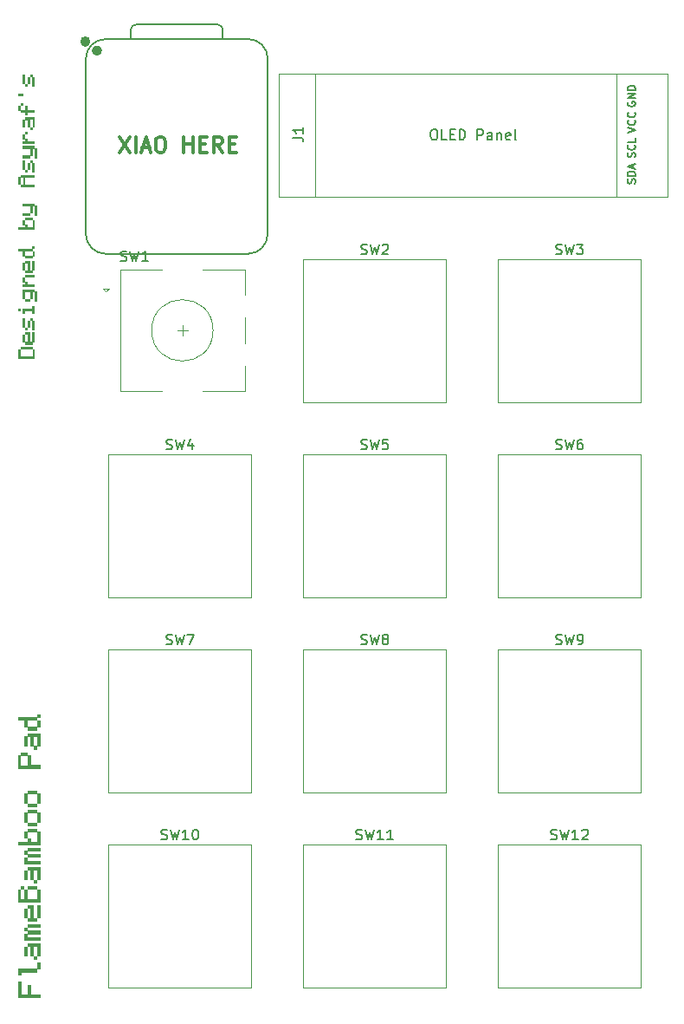
<source format=gbr>
%TF.GenerationSoftware,KiCad,Pcbnew,9.0.2*%
%TF.CreationDate,2025-06-30T11:38:54+08:00*%
%TF.ProjectId,flamepad,666c616d-6570-4616-942e-6b696361645f,rev?*%
%TF.SameCoordinates,Original*%
%TF.FileFunction,Legend,Top*%
%TF.FilePolarity,Positive*%
%FSLAX46Y46*%
G04 Gerber Fmt 4.6, Leading zero omitted, Abs format (unit mm)*
G04 Created by KiCad (PCBNEW 9.0.2) date 2025-06-30 11:38:54*
%MOMM*%
%LPD*%
G01*
G04 APERTURE LIST*
%ADD10C,0.300000*%
%ADD11C,0.150000*%
%ADD12C,0.120000*%
%ADD13C,0.040000*%
%ADD14C,0.127000*%
%ADD15C,0.100000*%
%ADD16C,0.504000*%
G04 APERTURE END LIST*
D10*
X110411653Y-62600828D02*
X111411653Y-64100828D01*
X111411653Y-62600828D02*
X110411653Y-64100828D01*
X111983081Y-64100828D02*
X111983081Y-62600828D01*
X112625939Y-63672257D02*
X113340225Y-63672257D01*
X112483082Y-64100828D02*
X112983082Y-62600828D01*
X112983082Y-62600828D02*
X113483082Y-64100828D01*
X114268796Y-62600828D02*
X114554510Y-62600828D01*
X114554510Y-62600828D02*
X114697367Y-62672257D01*
X114697367Y-62672257D02*
X114840224Y-62815114D01*
X114840224Y-62815114D02*
X114911653Y-63100828D01*
X114911653Y-63100828D02*
X114911653Y-63600828D01*
X114911653Y-63600828D02*
X114840224Y-63886542D01*
X114840224Y-63886542D02*
X114697367Y-64029400D01*
X114697367Y-64029400D02*
X114554510Y-64100828D01*
X114554510Y-64100828D02*
X114268796Y-64100828D01*
X114268796Y-64100828D02*
X114125939Y-64029400D01*
X114125939Y-64029400D02*
X113983081Y-63886542D01*
X113983081Y-63886542D02*
X113911653Y-63600828D01*
X113911653Y-63600828D02*
X113911653Y-63100828D01*
X113911653Y-63100828D02*
X113983081Y-62815114D01*
X113983081Y-62815114D02*
X114125939Y-62672257D01*
X114125939Y-62672257D02*
X114268796Y-62600828D01*
X116697367Y-64100828D02*
X116697367Y-62600828D01*
X116697367Y-63315114D02*
X117554510Y-63315114D01*
X117554510Y-64100828D02*
X117554510Y-62600828D01*
X118268796Y-63315114D02*
X118768796Y-63315114D01*
X118983082Y-64100828D02*
X118268796Y-64100828D01*
X118268796Y-64100828D02*
X118268796Y-62600828D01*
X118268796Y-62600828D02*
X118983082Y-62600828D01*
X120483082Y-64100828D02*
X119983082Y-63386542D01*
X119625939Y-64100828D02*
X119625939Y-62600828D01*
X119625939Y-62600828D02*
X120197368Y-62600828D01*
X120197368Y-62600828D02*
X120340225Y-62672257D01*
X120340225Y-62672257D02*
X120411654Y-62743685D01*
X120411654Y-62743685D02*
X120483082Y-62886542D01*
X120483082Y-62886542D02*
X120483082Y-63100828D01*
X120483082Y-63100828D02*
X120411654Y-63243685D01*
X120411654Y-63243685D02*
X120340225Y-63315114D01*
X120340225Y-63315114D02*
X120197368Y-63386542D01*
X120197368Y-63386542D02*
X119625939Y-63386542D01*
X121125939Y-63315114D02*
X121625939Y-63315114D01*
X121840225Y-64100828D02*
X121125939Y-64100828D01*
X121125939Y-64100828D02*
X121125939Y-62600828D01*
X121125939Y-62600828D02*
X121840225Y-62600828D01*
G36*
X101904276Y-83327302D02*
G01*
X102138750Y-83327302D01*
X102138750Y-84300000D01*
X100485714Y-84300000D01*
X100485714Y-84039606D01*
X100733376Y-84039606D01*
X101891087Y-84039606D01*
X101891087Y-83356245D01*
X100733376Y-83356245D01*
X100733376Y-84039606D01*
X100485714Y-84039606D01*
X100485714Y-83327302D01*
X100720187Y-83327302D01*
X100720187Y-83095852D01*
X101904276Y-83095852D01*
X101904276Y-83327302D01*
G37*
G36*
X101671269Y-82629653D02*
G01*
X101886691Y-82629653D01*
X101886691Y-81696340D01*
X102138750Y-81696340D01*
X102138750Y-82666015D01*
X101904276Y-82666015D01*
X101904276Y-82900488D01*
X101189133Y-82900488D01*
X101189133Y-82666015D01*
X100954660Y-82666015D01*
X100954660Y-82640095D01*
X101202322Y-82640095D01*
X101423606Y-82640095D01*
X101423606Y-81956734D01*
X101202322Y-81956734D01*
X101202322Y-82640095D01*
X100954660Y-82640095D01*
X100954660Y-81927424D01*
X101189133Y-81927424D01*
X101189133Y-81696340D01*
X101671269Y-81696340D01*
X101671269Y-82629653D01*
G37*
G36*
X100954660Y-81266503D02*
G01*
X100954660Y-80299302D01*
X101206719Y-80299302D01*
X101206719Y-81231332D01*
X101423606Y-81231332D01*
X101423606Y-80527913D01*
X101652218Y-80527913D01*
X101652218Y-80299302D01*
X101904276Y-80299302D01*
X101904276Y-80527913D01*
X102138750Y-80527913D01*
X102138750Y-81500976D01*
X101886691Y-81500976D01*
X101886691Y-80568946D01*
X101675665Y-80568946D01*
X101675665Y-81266503D01*
X101441192Y-81266503D01*
X101441192Y-81500976D01*
X101189133Y-81500976D01*
X101189133Y-81266503D01*
X100954660Y-81266503D01*
G37*
G36*
X100485714Y-79632519D02*
G01*
X100485714Y-79362875D01*
X100737773Y-79362875D01*
X100737773Y-79632519D01*
X100485714Y-79632519D01*
G37*
G36*
X100954660Y-79866992D02*
G01*
X100954660Y-79362875D01*
X101886691Y-79362875D01*
X101886691Y-79128401D01*
X102138750Y-79128401D01*
X102138750Y-79866992D01*
X101886691Y-79866992D01*
X101886691Y-79632519D01*
X101206719Y-79632519D01*
X101206719Y-79866992D01*
X100954660Y-79866992D01*
G37*
G36*
X102138750Y-77728890D02*
G01*
X102373223Y-77728890D01*
X102373223Y-78701953D01*
X102121164Y-78701953D01*
X102121164Y-77766534D01*
X101905742Y-77766534D01*
X101905742Y-78468579D01*
X101675665Y-78468579D01*
X101675665Y-78701953D01*
X101189133Y-78701953D01*
X101189133Y-78468579D01*
X100954660Y-78468579D01*
X100954660Y-78441560D01*
X101202322Y-78441560D01*
X101658080Y-78441560D01*
X101658080Y-77758199D01*
X101202322Y-77758199D01*
X101202322Y-78441560D01*
X100954660Y-78441560D01*
X100954660Y-77497806D01*
X102138750Y-77497806D01*
X102138750Y-77728890D01*
G37*
G36*
X100954660Y-77302442D02*
G01*
X100954660Y-77032798D01*
X101189133Y-77032798D01*
X101189133Y-76833496D01*
X100954660Y-76833496D01*
X100954660Y-76329378D01*
X101189133Y-76329378D01*
X101189133Y-76100767D01*
X102138750Y-76100767D01*
X102138750Y-76370411D01*
X101206719Y-76370411D01*
X101206719Y-76796218D01*
X101441192Y-76796218D01*
X101441192Y-77032798D01*
X102138750Y-77032798D01*
X102138750Y-77302442D01*
X100954660Y-77302442D01*
G37*
G36*
X101671269Y-75632096D02*
G01*
X101886691Y-75632096D01*
X101886691Y-74698783D01*
X102138750Y-74698783D01*
X102138750Y-75668457D01*
X101904276Y-75668457D01*
X101904276Y-75902930D01*
X101189133Y-75902930D01*
X101189133Y-75668457D01*
X100954660Y-75668457D01*
X100954660Y-75642537D01*
X101202322Y-75642537D01*
X101423606Y-75642537D01*
X101423606Y-74959176D01*
X101202322Y-74959176D01*
X101202322Y-75642537D01*
X100954660Y-75642537D01*
X100954660Y-74929867D01*
X101189133Y-74929867D01*
X101189133Y-74698783D01*
X101671269Y-74698783D01*
X101671269Y-75632096D01*
G37*
G36*
X102138750Y-73571388D02*
G01*
X101904276Y-73571388D01*
X101904276Y-73764829D01*
X102138750Y-73764829D01*
X102138750Y-74268946D01*
X101904276Y-74268946D01*
X101904276Y-74503419D01*
X101189133Y-74503419D01*
X101189133Y-74268946D01*
X100954660Y-74268946D01*
X100954660Y-74243025D01*
X101202322Y-74243025D01*
X101891087Y-74243025D01*
X101891087Y-73794138D01*
X101202322Y-73794138D01*
X101202322Y-74243025D01*
X100954660Y-74243025D01*
X100954660Y-73802472D01*
X100485714Y-73802472D01*
X100485714Y-73533744D01*
X101886691Y-73533744D01*
X101886691Y-73301744D01*
X102138750Y-73301744D01*
X102138750Y-73571388D01*
G37*
G36*
X101904276Y-70731332D02*
G01*
X102138750Y-70731332D01*
X102138750Y-71704396D01*
X100485714Y-71704396D01*
X100485714Y-71433469D01*
X101189133Y-71433469D01*
X101189133Y-71235450D01*
X100954660Y-71235450D01*
X100954660Y-71208339D01*
X101202322Y-71208339D01*
X101436796Y-71208339D01*
X101436796Y-71444002D01*
X101891087Y-71444002D01*
X101891087Y-70760642D01*
X101202322Y-70760642D01*
X101202322Y-71208339D01*
X100954660Y-71208339D01*
X100954660Y-70731332D01*
X101189133Y-70731332D01*
X101189133Y-70500248D01*
X101904276Y-70500248D01*
X101904276Y-70731332D01*
G37*
G36*
X100954660Y-70304884D02*
G01*
X100954660Y-70035240D01*
X101658080Y-70035240D01*
X101658080Y-69372854D01*
X100954660Y-69372854D01*
X100954660Y-69103210D01*
X102138750Y-69103210D01*
X102138750Y-69331821D01*
X102373223Y-69331821D01*
X102373223Y-70304884D01*
X102121164Y-70304884D01*
X102121164Y-69372854D01*
X101910138Y-69372854D01*
X101910138Y-70072518D01*
X101669803Y-70072518D01*
X101669803Y-70304884D01*
X100954660Y-70304884D01*
G37*
G36*
X102138750Y-66573831D02*
G01*
X101206719Y-66573831D01*
X101206719Y-67236217D01*
X102138750Y-67236217D01*
X102138750Y-67505861D01*
X100718813Y-67505861D01*
X100718813Y-67271388D01*
X100485714Y-67271388D01*
X100485714Y-67246017D01*
X100733376Y-67246017D01*
X100959057Y-67246017D01*
X100959057Y-66564763D01*
X100733376Y-66564763D01*
X100733376Y-67246017D01*
X100485714Y-67246017D01*
X100485714Y-66532798D01*
X100718813Y-66532798D01*
X100718813Y-66304187D01*
X102138750Y-66304187D01*
X102138750Y-66573831D01*
G37*
G36*
X100954660Y-65871877D02*
G01*
X100954660Y-64904675D01*
X101206719Y-64904675D01*
X101206719Y-65836706D01*
X101423606Y-65836706D01*
X101423606Y-65133286D01*
X101652218Y-65133286D01*
X101652218Y-64904675D01*
X101904276Y-64904675D01*
X101904276Y-65133286D01*
X102138750Y-65133286D01*
X102138750Y-66106350D01*
X101886691Y-66106350D01*
X101886691Y-65174319D01*
X101675665Y-65174319D01*
X101675665Y-65871877D01*
X101441192Y-65871877D01*
X101441192Y-66106350D01*
X101189133Y-66106350D01*
X101189133Y-65871877D01*
X100954660Y-65871877D01*
G37*
G36*
X100954660Y-64706838D02*
G01*
X100954660Y-64437194D01*
X101658080Y-64437194D01*
X101658080Y-63774808D01*
X100954660Y-63774808D01*
X100954660Y-63505163D01*
X102138750Y-63505163D01*
X102138750Y-63733775D01*
X102373223Y-63733775D01*
X102373223Y-64706838D01*
X102121164Y-64706838D01*
X102121164Y-63774808D01*
X101910138Y-63774808D01*
X101910138Y-64474472D01*
X101669803Y-64474472D01*
X101669803Y-64706838D01*
X100954660Y-64706838D01*
G37*
G36*
X100954660Y-63307327D02*
G01*
X100954660Y-63037683D01*
X101189133Y-63037683D01*
X101189133Y-62838381D01*
X100954660Y-62838381D01*
X100954660Y-62334263D01*
X101189133Y-62334263D01*
X101189133Y-62105652D01*
X101441192Y-62105652D01*
X101441192Y-62375296D01*
X101206719Y-62375296D01*
X101206719Y-62801103D01*
X101441192Y-62801103D01*
X101441192Y-63037683D01*
X102138750Y-63037683D01*
X102138750Y-63307327D01*
X100954660Y-63307327D01*
G37*
G36*
X102138750Y-61673342D02*
G01*
X101904276Y-61673342D01*
X101904276Y-61907815D01*
X101652218Y-61907815D01*
X101652218Y-61673342D01*
X101422141Y-61673342D01*
X101422141Y-61647422D01*
X101669803Y-61647422D01*
X101891087Y-61647422D01*
X101891087Y-60964061D01*
X101669803Y-60964061D01*
X101669803Y-61647422D01*
X101422141Y-61647422D01*
X101422141Y-60972396D01*
X101206719Y-60972396D01*
X101206719Y-61673342D01*
X100954660Y-61673342D01*
X100954660Y-60934752D01*
X101187943Y-60934752D01*
X101187943Y-60703668D01*
X102138750Y-60703668D01*
X102138750Y-61673342D01*
G37*
G36*
X100485714Y-60039357D02*
G01*
X100485714Y-59535240D01*
X100720187Y-59535240D01*
X100720187Y-59306629D01*
X100972246Y-59306629D01*
X100972246Y-59576273D01*
X100737773Y-59576273D01*
X100737773Y-60004187D01*
X101189133Y-60004187D01*
X101189133Y-59535240D01*
X101441192Y-59535240D01*
X101441192Y-60004187D01*
X102138750Y-60004187D01*
X102138750Y-60273831D01*
X101441192Y-60273831D01*
X101441192Y-60508304D01*
X101189133Y-60508304D01*
X101189133Y-60273831D01*
X100720187Y-60273831D01*
X100720187Y-60039357D01*
X100485714Y-60039357D01*
G37*
G36*
X100485714Y-58639846D02*
G01*
X100485714Y-58370202D01*
X100972246Y-58370202D01*
X100972246Y-58639846D01*
X100485714Y-58639846D01*
G37*
G36*
X100954660Y-57474808D02*
G01*
X100954660Y-56507606D01*
X101206719Y-56507606D01*
X101206719Y-57439637D01*
X101423606Y-57439637D01*
X101423606Y-56736217D01*
X101652218Y-56736217D01*
X101652218Y-56507606D01*
X101904276Y-56507606D01*
X101904276Y-56736217D01*
X102138750Y-56736217D01*
X102138750Y-57709281D01*
X101886691Y-57709281D01*
X101886691Y-56777250D01*
X101675665Y-56777250D01*
X101675665Y-57474808D01*
X101441192Y-57474808D01*
X101441192Y-57709281D01*
X101189133Y-57709281D01*
X101189133Y-57474808D01*
X100954660Y-57474808D01*
G37*
G36*
X100455952Y-146700000D02*
G01*
X100455952Y-145093859D01*
X100792030Y-145093859D01*
X100792030Y-146340474D01*
X101393845Y-146340474D01*
X101393845Y-145406489D01*
X101729923Y-145406489D01*
X101729923Y-146340474D01*
X102660000Y-146340474D01*
X102660000Y-146700000D01*
X100455952Y-146700000D01*
G37*
G36*
X100455952Y-144521353D02*
G01*
X100455952Y-143849197D01*
X102323921Y-143849197D01*
X102323921Y-143223935D01*
X102660000Y-143223935D01*
X102660000Y-143896092D01*
X102348834Y-143896092D01*
X102348834Y-144208722D01*
X100792030Y-144208722D01*
X100792030Y-144521353D01*
X100455952Y-144521353D01*
G37*
G36*
X102660000Y-142655338D02*
G01*
X102347369Y-142655338D01*
X102347369Y-142967969D01*
X102011290Y-142967969D01*
X102011290Y-142655338D01*
X101704521Y-142655338D01*
X101704521Y-142620778D01*
X102034738Y-142620778D01*
X102329783Y-142620778D01*
X102329783Y-141709630D01*
X102034738Y-141709630D01*
X102034738Y-142620778D01*
X101704521Y-142620778D01*
X101704521Y-141720743D01*
X101417292Y-141720743D01*
X101417292Y-142655338D01*
X101081214Y-142655338D01*
X101081214Y-141670551D01*
X101392257Y-141670551D01*
X101392257Y-141362438D01*
X102660000Y-141362438D01*
X102660000Y-142655338D01*
G37*
G36*
X101081214Y-141101953D02*
G01*
X101081214Y-140426378D01*
X101393845Y-140426378D01*
X101393845Y-140164061D01*
X101081214Y-140164061D01*
X101081214Y-139804535D01*
X101393845Y-139804535D01*
X101393845Y-139499720D01*
X102660000Y-139499720D01*
X102660000Y-139859246D01*
X101417292Y-139859246D01*
X101417292Y-140117166D01*
X102660000Y-140117166D01*
X102660000Y-140476692D01*
X101417292Y-140476692D01*
X101417292Y-140742428D01*
X102660000Y-140742428D01*
X102660000Y-141101953D01*
X101081214Y-141101953D01*
G37*
G36*
X102036692Y-138874825D02*
G01*
X102323921Y-138874825D01*
X102323921Y-137630408D01*
X102660000Y-137630408D01*
X102660000Y-138923307D01*
X102347369Y-138923307D01*
X102347369Y-139235938D01*
X101393845Y-139235938D01*
X101393845Y-138923307D01*
X101081214Y-138923307D01*
X101081214Y-138888747D01*
X101411430Y-138888747D01*
X101706475Y-138888747D01*
X101706475Y-137977599D01*
X101411430Y-137977599D01*
X101411430Y-138888747D01*
X101081214Y-138888747D01*
X101081214Y-137938520D01*
X101393845Y-137938520D01*
X101393845Y-137630408D01*
X102036692Y-137630408D01*
X102036692Y-138874825D01*
G37*
G36*
X101104661Y-136072993D02*
G01*
X101393845Y-136072993D01*
X101393845Y-135764392D01*
X102347369Y-135764392D01*
X102347369Y-136072993D01*
X102660000Y-136072993D01*
X102660000Y-137369923D01*
X100455952Y-137369923D01*
X100455952Y-137022732D01*
X100786168Y-137022732D01*
X101081214Y-137022732D01*
X101409476Y-137022732D01*
X102329783Y-137022732D01*
X102329783Y-136111584D01*
X101409476Y-136111584D01*
X101409476Y-137022732D01*
X101081214Y-137022732D01*
X101081214Y-136111584D01*
X100786168Y-136111584D01*
X100786168Y-137022732D01*
X100455952Y-137022732D01*
X100455952Y-136072993D01*
X100768583Y-136072993D01*
X100768583Y-135764392D01*
X101104661Y-135764392D01*
X101104661Y-136072993D01*
G37*
G36*
X102660000Y-135191277D02*
G01*
X102347369Y-135191277D01*
X102347369Y-135503907D01*
X102011290Y-135503907D01*
X102011290Y-135191277D01*
X101704521Y-135191277D01*
X101704521Y-135156716D01*
X102034738Y-135156716D01*
X102329783Y-135156716D01*
X102329783Y-134245568D01*
X102034738Y-134245568D01*
X102034738Y-135156716D01*
X101704521Y-135156716D01*
X101704521Y-134256681D01*
X101417292Y-134256681D01*
X101417292Y-135191277D01*
X101081214Y-135191277D01*
X101081214Y-134206489D01*
X101392257Y-134206489D01*
X101392257Y-133898377D01*
X102660000Y-133898377D01*
X102660000Y-135191277D01*
G37*
G36*
X101081214Y-133637892D02*
G01*
X101081214Y-132962316D01*
X101393845Y-132962316D01*
X101393845Y-132700000D01*
X101081214Y-132700000D01*
X101081214Y-132340474D01*
X101393845Y-132340474D01*
X101393845Y-132035659D01*
X102660000Y-132035659D01*
X102660000Y-132395184D01*
X101417292Y-132395184D01*
X101417292Y-132653105D01*
X102660000Y-132653105D01*
X102660000Y-133012630D01*
X101417292Y-133012630D01*
X101417292Y-133278367D01*
X102660000Y-133278367D01*
X102660000Y-133637892D01*
X101081214Y-133637892D01*
G37*
G36*
X102347369Y-130474459D02*
G01*
X102660000Y-130474459D01*
X102660000Y-131771877D01*
X100455952Y-131771877D01*
X100455952Y-131410642D01*
X101393845Y-131410642D01*
X101393845Y-131146615D01*
X101081214Y-131146615D01*
X101081214Y-131110467D01*
X101411430Y-131110467D01*
X101724061Y-131110467D01*
X101724061Y-131424685D01*
X102329783Y-131424685D01*
X102329783Y-130513538D01*
X101411430Y-130513538D01*
X101411430Y-131110467D01*
X101081214Y-131110467D01*
X101081214Y-130474459D01*
X101393845Y-130474459D01*
X101393845Y-130166346D01*
X102347369Y-130166346D01*
X102347369Y-130474459D01*
G37*
G36*
X102347369Y-128608443D02*
G01*
X102660000Y-128608443D01*
X102660000Y-129593230D01*
X102347369Y-129593230D01*
X102347369Y-129905861D01*
X101393845Y-129905861D01*
X101393845Y-129593230D01*
X101081214Y-129593230D01*
X101081214Y-129558670D01*
X101411430Y-129558670D01*
X102329783Y-129558670D01*
X102329783Y-128647522D01*
X101411430Y-128647522D01*
X101411430Y-129558670D01*
X101081214Y-129558670D01*
X101081214Y-128608443D01*
X101393845Y-128608443D01*
X101393845Y-128300331D01*
X102347369Y-128300331D01*
X102347369Y-128608443D01*
G37*
G36*
X102347369Y-126742428D02*
G01*
X102660000Y-126742428D01*
X102660000Y-127727215D01*
X102347369Y-127727215D01*
X102347369Y-128039846D01*
X101393845Y-128039846D01*
X101393845Y-127727215D01*
X101081214Y-127727215D01*
X101081214Y-127692655D01*
X101411430Y-127692655D01*
X102329783Y-127692655D01*
X102329783Y-126781507D01*
X101411430Y-126781507D01*
X101411430Y-127692655D01*
X101081214Y-127692655D01*
X101081214Y-126742428D01*
X101393845Y-126742428D01*
X101393845Y-126434316D01*
X102347369Y-126434316D01*
X102347369Y-126742428D01*
G37*
G36*
X101417292Y-123010886D02*
G01*
X101729923Y-123010886D01*
X101729923Y-123946702D01*
X102660000Y-123946702D01*
X102660000Y-124307815D01*
X100455952Y-124307815D01*
X100455952Y-123960624D01*
X100786168Y-123960624D01*
X101399706Y-123960624D01*
X101399706Y-123049476D01*
X100786168Y-123049476D01*
X100786168Y-123960624D01*
X100455952Y-123960624D01*
X100455952Y-123010886D01*
X100768583Y-123010886D01*
X100768583Y-122702285D01*
X101417292Y-122702285D01*
X101417292Y-123010886D01*
G37*
G36*
X102660000Y-122129169D02*
G01*
X102347369Y-122129169D01*
X102347369Y-122441800D01*
X102011290Y-122441800D01*
X102011290Y-122129169D01*
X101704521Y-122129169D01*
X101704521Y-122094609D01*
X102034738Y-122094609D01*
X102329783Y-122094609D01*
X102329783Y-121183461D01*
X102034738Y-121183461D01*
X102034738Y-122094609D01*
X101704521Y-122094609D01*
X101704521Y-121194574D01*
X101417292Y-121194574D01*
X101417292Y-122129169D01*
X101081214Y-122129169D01*
X101081214Y-121144382D01*
X101392257Y-121144382D01*
X101392257Y-120836270D01*
X102660000Y-120836270D01*
X102660000Y-122129169D01*
G37*
G36*
X102660000Y-119333077D02*
G01*
X102347369Y-119333077D01*
X102347369Y-119590997D01*
X102660000Y-119590997D01*
X102660000Y-120263154D01*
X102347369Y-120263154D01*
X102347369Y-120575785D01*
X101393845Y-120575785D01*
X101393845Y-120263154D01*
X101081214Y-120263154D01*
X101081214Y-120228593D01*
X101411430Y-120228593D01*
X102329783Y-120228593D01*
X102329783Y-119630076D01*
X101411430Y-119630076D01*
X101411430Y-120228593D01*
X101081214Y-120228593D01*
X101081214Y-119641189D01*
X100455952Y-119641189D01*
X100455952Y-119282885D01*
X102323921Y-119282885D01*
X102323921Y-118973551D01*
X102660000Y-118973551D01*
X102660000Y-119333077D01*
G37*
D11*
X110516667Y-74707200D02*
X110659524Y-74754819D01*
X110659524Y-74754819D02*
X110897619Y-74754819D01*
X110897619Y-74754819D02*
X110992857Y-74707200D01*
X110992857Y-74707200D02*
X111040476Y-74659580D01*
X111040476Y-74659580D02*
X111088095Y-74564342D01*
X111088095Y-74564342D02*
X111088095Y-74469104D01*
X111088095Y-74469104D02*
X111040476Y-74373866D01*
X111040476Y-74373866D02*
X110992857Y-74326247D01*
X110992857Y-74326247D02*
X110897619Y-74278628D01*
X110897619Y-74278628D02*
X110707143Y-74231009D01*
X110707143Y-74231009D02*
X110611905Y-74183390D01*
X110611905Y-74183390D02*
X110564286Y-74135771D01*
X110564286Y-74135771D02*
X110516667Y-74040533D01*
X110516667Y-74040533D02*
X110516667Y-73945295D01*
X110516667Y-73945295D02*
X110564286Y-73850057D01*
X110564286Y-73850057D02*
X110611905Y-73802438D01*
X110611905Y-73802438D02*
X110707143Y-73754819D01*
X110707143Y-73754819D02*
X110945238Y-73754819D01*
X110945238Y-73754819D02*
X111088095Y-73802438D01*
X111421429Y-73754819D02*
X111659524Y-74754819D01*
X111659524Y-74754819D02*
X111850000Y-74040533D01*
X111850000Y-74040533D02*
X112040476Y-74754819D01*
X112040476Y-74754819D02*
X112278572Y-73754819D01*
X113183333Y-74754819D02*
X112611905Y-74754819D01*
X112897619Y-74754819D02*
X112897619Y-73754819D01*
X112897619Y-73754819D02*
X112802381Y-73897676D01*
X112802381Y-73897676D02*
X112707143Y-73992914D01*
X112707143Y-73992914D02*
X112611905Y-74040533D01*
X114490476Y-131183200D02*
X114633333Y-131230819D01*
X114633333Y-131230819D02*
X114871428Y-131230819D01*
X114871428Y-131230819D02*
X114966666Y-131183200D01*
X114966666Y-131183200D02*
X115014285Y-131135580D01*
X115014285Y-131135580D02*
X115061904Y-131040342D01*
X115061904Y-131040342D02*
X115061904Y-130945104D01*
X115061904Y-130945104D02*
X115014285Y-130849866D01*
X115014285Y-130849866D02*
X114966666Y-130802247D01*
X114966666Y-130802247D02*
X114871428Y-130754628D01*
X114871428Y-130754628D02*
X114680952Y-130707009D01*
X114680952Y-130707009D02*
X114585714Y-130659390D01*
X114585714Y-130659390D02*
X114538095Y-130611771D01*
X114538095Y-130611771D02*
X114490476Y-130516533D01*
X114490476Y-130516533D02*
X114490476Y-130421295D01*
X114490476Y-130421295D02*
X114538095Y-130326057D01*
X114538095Y-130326057D02*
X114585714Y-130278438D01*
X114585714Y-130278438D02*
X114680952Y-130230819D01*
X114680952Y-130230819D02*
X114919047Y-130230819D01*
X114919047Y-130230819D02*
X115061904Y-130278438D01*
X115395238Y-130230819D02*
X115633333Y-131230819D01*
X115633333Y-131230819D02*
X115823809Y-130516533D01*
X115823809Y-130516533D02*
X116014285Y-131230819D01*
X116014285Y-131230819D02*
X116252381Y-130230819D01*
X117157142Y-131230819D02*
X116585714Y-131230819D01*
X116871428Y-131230819D02*
X116871428Y-130230819D01*
X116871428Y-130230819D02*
X116776190Y-130373676D01*
X116776190Y-130373676D02*
X116680952Y-130468914D01*
X116680952Y-130468914D02*
X116585714Y-130516533D01*
X117776190Y-130230819D02*
X117871428Y-130230819D01*
X117871428Y-130230819D02*
X117966666Y-130278438D01*
X117966666Y-130278438D02*
X118014285Y-130326057D01*
X118014285Y-130326057D02*
X118061904Y-130421295D01*
X118061904Y-130421295D02*
X118109523Y-130611771D01*
X118109523Y-130611771D02*
X118109523Y-130849866D01*
X118109523Y-130849866D02*
X118061904Y-131040342D01*
X118061904Y-131040342D02*
X118014285Y-131135580D01*
X118014285Y-131135580D02*
X117966666Y-131183200D01*
X117966666Y-131183200D02*
X117871428Y-131230819D01*
X117871428Y-131230819D02*
X117776190Y-131230819D01*
X117776190Y-131230819D02*
X117680952Y-131183200D01*
X117680952Y-131183200D02*
X117633333Y-131135580D01*
X117633333Y-131135580D02*
X117585714Y-131040342D01*
X117585714Y-131040342D02*
X117538095Y-130849866D01*
X117538095Y-130849866D02*
X117538095Y-130611771D01*
X117538095Y-130611771D02*
X117585714Y-130421295D01*
X117585714Y-130421295D02*
X117633333Y-130326057D01*
X117633333Y-130326057D02*
X117680952Y-130278438D01*
X117680952Y-130278438D02*
X117776190Y-130230819D01*
X152590476Y-131183200D02*
X152733333Y-131230819D01*
X152733333Y-131230819D02*
X152971428Y-131230819D01*
X152971428Y-131230819D02*
X153066666Y-131183200D01*
X153066666Y-131183200D02*
X153114285Y-131135580D01*
X153114285Y-131135580D02*
X153161904Y-131040342D01*
X153161904Y-131040342D02*
X153161904Y-130945104D01*
X153161904Y-130945104D02*
X153114285Y-130849866D01*
X153114285Y-130849866D02*
X153066666Y-130802247D01*
X153066666Y-130802247D02*
X152971428Y-130754628D01*
X152971428Y-130754628D02*
X152780952Y-130707009D01*
X152780952Y-130707009D02*
X152685714Y-130659390D01*
X152685714Y-130659390D02*
X152638095Y-130611771D01*
X152638095Y-130611771D02*
X152590476Y-130516533D01*
X152590476Y-130516533D02*
X152590476Y-130421295D01*
X152590476Y-130421295D02*
X152638095Y-130326057D01*
X152638095Y-130326057D02*
X152685714Y-130278438D01*
X152685714Y-130278438D02*
X152780952Y-130230819D01*
X152780952Y-130230819D02*
X153019047Y-130230819D01*
X153019047Y-130230819D02*
X153161904Y-130278438D01*
X153495238Y-130230819D02*
X153733333Y-131230819D01*
X153733333Y-131230819D02*
X153923809Y-130516533D01*
X153923809Y-130516533D02*
X154114285Y-131230819D01*
X154114285Y-131230819D02*
X154352381Y-130230819D01*
X155257142Y-131230819D02*
X154685714Y-131230819D01*
X154971428Y-131230819D02*
X154971428Y-130230819D01*
X154971428Y-130230819D02*
X154876190Y-130373676D01*
X154876190Y-130373676D02*
X154780952Y-130468914D01*
X154780952Y-130468914D02*
X154685714Y-130516533D01*
X155638095Y-130326057D02*
X155685714Y-130278438D01*
X155685714Y-130278438D02*
X155780952Y-130230819D01*
X155780952Y-130230819D02*
X156019047Y-130230819D01*
X156019047Y-130230819D02*
X156114285Y-130278438D01*
X156114285Y-130278438D02*
X156161904Y-130326057D01*
X156161904Y-130326057D02*
X156209523Y-130421295D01*
X156209523Y-130421295D02*
X156209523Y-130516533D01*
X156209523Y-130516533D02*
X156161904Y-130659390D01*
X156161904Y-130659390D02*
X155590476Y-131230819D01*
X155590476Y-131230819D02*
X156209523Y-131230819D01*
X127354819Y-62673333D02*
X128069104Y-62673333D01*
X128069104Y-62673333D02*
X128211961Y-62720952D01*
X128211961Y-62720952D02*
X128307200Y-62816190D01*
X128307200Y-62816190D02*
X128354819Y-62959047D01*
X128354819Y-62959047D02*
X128354819Y-63054285D01*
X128354819Y-61673333D02*
X128354819Y-62244761D01*
X128354819Y-61959047D02*
X127354819Y-61959047D01*
X127354819Y-61959047D02*
X127497676Y-62054285D01*
X127497676Y-62054285D02*
X127592914Y-62149523D01*
X127592914Y-62149523D02*
X127640533Y-62244761D01*
X160803450Y-67150713D02*
X160839164Y-67043571D01*
X160839164Y-67043571D02*
X160839164Y-66864999D01*
X160839164Y-66864999D02*
X160803450Y-66793571D01*
X160803450Y-66793571D02*
X160767735Y-66757856D01*
X160767735Y-66757856D02*
X160696307Y-66722142D01*
X160696307Y-66722142D02*
X160624878Y-66722142D01*
X160624878Y-66722142D02*
X160553450Y-66757856D01*
X160553450Y-66757856D02*
X160517735Y-66793571D01*
X160517735Y-66793571D02*
X160482021Y-66864999D01*
X160482021Y-66864999D02*
X160446307Y-67007856D01*
X160446307Y-67007856D02*
X160410592Y-67079285D01*
X160410592Y-67079285D02*
X160374878Y-67114999D01*
X160374878Y-67114999D02*
X160303450Y-67150713D01*
X160303450Y-67150713D02*
X160232021Y-67150713D01*
X160232021Y-67150713D02*
X160160592Y-67114999D01*
X160160592Y-67114999D02*
X160124878Y-67079285D01*
X160124878Y-67079285D02*
X160089164Y-67007856D01*
X160089164Y-67007856D02*
X160089164Y-66829285D01*
X160089164Y-66829285D02*
X160124878Y-66722142D01*
X160839164Y-66400713D02*
X160089164Y-66400713D01*
X160089164Y-66400713D02*
X160089164Y-66222142D01*
X160089164Y-66222142D02*
X160124878Y-66114999D01*
X160124878Y-66114999D02*
X160196307Y-66043570D01*
X160196307Y-66043570D02*
X160267735Y-66007856D01*
X160267735Y-66007856D02*
X160410592Y-65972142D01*
X160410592Y-65972142D02*
X160517735Y-65972142D01*
X160517735Y-65972142D02*
X160660592Y-66007856D01*
X160660592Y-66007856D02*
X160732021Y-66043570D01*
X160732021Y-66043570D02*
X160803450Y-66114999D01*
X160803450Y-66114999D02*
X160839164Y-66222142D01*
X160839164Y-66222142D02*
X160839164Y-66400713D01*
X160624878Y-65686427D02*
X160624878Y-65329285D01*
X160839164Y-65757856D02*
X160089164Y-65507856D01*
X160089164Y-65507856D02*
X160839164Y-65257856D01*
X160124878Y-59191428D02*
X160089164Y-59262857D01*
X160089164Y-59262857D02*
X160089164Y-59369999D01*
X160089164Y-59369999D02*
X160124878Y-59477142D01*
X160124878Y-59477142D02*
X160196307Y-59548571D01*
X160196307Y-59548571D02*
X160267735Y-59584285D01*
X160267735Y-59584285D02*
X160410592Y-59619999D01*
X160410592Y-59619999D02*
X160517735Y-59619999D01*
X160517735Y-59619999D02*
X160660592Y-59584285D01*
X160660592Y-59584285D02*
X160732021Y-59548571D01*
X160732021Y-59548571D02*
X160803450Y-59477142D01*
X160803450Y-59477142D02*
X160839164Y-59369999D01*
X160839164Y-59369999D02*
X160839164Y-59298571D01*
X160839164Y-59298571D02*
X160803450Y-59191428D01*
X160803450Y-59191428D02*
X160767735Y-59155714D01*
X160767735Y-59155714D02*
X160517735Y-59155714D01*
X160517735Y-59155714D02*
X160517735Y-59298571D01*
X160839164Y-58834285D02*
X160089164Y-58834285D01*
X160089164Y-58834285D02*
X160839164Y-58405714D01*
X160839164Y-58405714D02*
X160089164Y-58405714D01*
X160839164Y-58048571D02*
X160089164Y-58048571D01*
X160089164Y-58048571D02*
X160089164Y-57870000D01*
X160089164Y-57870000D02*
X160124878Y-57762857D01*
X160124878Y-57762857D02*
X160196307Y-57691428D01*
X160196307Y-57691428D02*
X160267735Y-57655714D01*
X160267735Y-57655714D02*
X160410592Y-57620000D01*
X160410592Y-57620000D02*
X160517735Y-57620000D01*
X160517735Y-57620000D02*
X160660592Y-57655714D01*
X160660592Y-57655714D02*
X160732021Y-57691428D01*
X160732021Y-57691428D02*
X160803450Y-57762857D01*
X160803450Y-57762857D02*
X160839164Y-57870000D01*
X160839164Y-57870000D02*
X160839164Y-58048571D01*
X160803450Y-64592856D02*
X160839164Y-64485714D01*
X160839164Y-64485714D02*
X160839164Y-64307142D01*
X160839164Y-64307142D02*
X160803450Y-64235714D01*
X160803450Y-64235714D02*
X160767735Y-64199999D01*
X160767735Y-64199999D02*
X160696307Y-64164285D01*
X160696307Y-64164285D02*
X160624878Y-64164285D01*
X160624878Y-64164285D02*
X160553450Y-64199999D01*
X160553450Y-64199999D02*
X160517735Y-64235714D01*
X160517735Y-64235714D02*
X160482021Y-64307142D01*
X160482021Y-64307142D02*
X160446307Y-64449999D01*
X160446307Y-64449999D02*
X160410592Y-64521428D01*
X160410592Y-64521428D02*
X160374878Y-64557142D01*
X160374878Y-64557142D02*
X160303450Y-64592856D01*
X160303450Y-64592856D02*
X160232021Y-64592856D01*
X160232021Y-64592856D02*
X160160592Y-64557142D01*
X160160592Y-64557142D02*
X160124878Y-64521428D01*
X160124878Y-64521428D02*
X160089164Y-64449999D01*
X160089164Y-64449999D02*
X160089164Y-64271428D01*
X160089164Y-64271428D02*
X160124878Y-64164285D01*
X160767735Y-63414285D02*
X160803450Y-63449999D01*
X160803450Y-63449999D02*
X160839164Y-63557142D01*
X160839164Y-63557142D02*
X160839164Y-63628570D01*
X160839164Y-63628570D02*
X160803450Y-63735713D01*
X160803450Y-63735713D02*
X160732021Y-63807142D01*
X160732021Y-63807142D02*
X160660592Y-63842856D01*
X160660592Y-63842856D02*
X160517735Y-63878570D01*
X160517735Y-63878570D02*
X160410592Y-63878570D01*
X160410592Y-63878570D02*
X160267735Y-63842856D01*
X160267735Y-63842856D02*
X160196307Y-63807142D01*
X160196307Y-63807142D02*
X160124878Y-63735713D01*
X160124878Y-63735713D02*
X160089164Y-63628570D01*
X160089164Y-63628570D02*
X160089164Y-63557142D01*
X160089164Y-63557142D02*
X160124878Y-63449999D01*
X160124878Y-63449999D02*
X160160592Y-63414285D01*
X160839164Y-62735713D02*
X160839164Y-63092856D01*
X160839164Y-63092856D02*
X160089164Y-63092856D01*
X141071428Y-61884819D02*
X141261904Y-61884819D01*
X141261904Y-61884819D02*
X141357142Y-61932438D01*
X141357142Y-61932438D02*
X141452380Y-62027676D01*
X141452380Y-62027676D02*
X141499999Y-62218152D01*
X141499999Y-62218152D02*
X141499999Y-62551485D01*
X141499999Y-62551485D02*
X141452380Y-62741961D01*
X141452380Y-62741961D02*
X141357142Y-62837200D01*
X141357142Y-62837200D02*
X141261904Y-62884819D01*
X141261904Y-62884819D02*
X141071428Y-62884819D01*
X141071428Y-62884819D02*
X140976190Y-62837200D01*
X140976190Y-62837200D02*
X140880952Y-62741961D01*
X140880952Y-62741961D02*
X140833333Y-62551485D01*
X140833333Y-62551485D02*
X140833333Y-62218152D01*
X140833333Y-62218152D02*
X140880952Y-62027676D01*
X140880952Y-62027676D02*
X140976190Y-61932438D01*
X140976190Y-61932438D02*
X141071428Y-61884819D01*
X142404761Y-62884819D02*
X141928571Y-62884819D01*
X141928571Y-62884819D02*
X141928571Y-61884819D01*
X142738095Y-62361009D02*
X143071428Y-62361009D01*
X143214285Y-62884819D02*
X142738095Y-62884819D01*
X142738095Y-62884819D02*
X142738095Y-61884819D01*
X142738095Y-61884819D02*
X143214285Y-61884819D01*
X143642857Y-62884819D02*
X143642857Y-61884819D01*
X143642857Y-61884819D02*
X143880952Y-61884819D01*
X143880952Y-61884819D02*
X144023809Y-61932438D01*
X144023809Y-61932438D02*
X144119047Y-62027676D01*
X144119047Y-62027676D02*
X144166666Y-62122914D01*
X144166666Y-62122914D02*
X144214285Y-62313390D01*
X144214285Y-62313390D02*
X144214285Y-62456247D01*
X144214285Y-62456247D02*
X144166666Y-62646723D01*
X144166666Y-62646723D02*
X144119047Y-62741961D01*
X144119047Y-62741961D02*
X144023809Y-62837200D01*
X144023809Y-62837200D02*
X143880952Y-62884819D01*
X143880952Y-62884819D02*
X143642857Y-62884819D01*
X145404762Y-62884819D02*
X145404762Y-61884819D01*
X145404762Y-61884819D02*
X145785714Y-61884819D01*
X145785714Y-61884819D02*
X145880952Y-61932438D01*
X145880952Y-61932438D02*
X145928571Y-61980057D01*
X145928571Y-61980057D02*
X145976190Y-62075295D01*
X145976190Y-62075295D02*
X145976190Y-62218152D01*
X145976190Y-62218152D02*
X145928571Y-62313390D01*
X145928571Y-62313390D02*
X145880952Y-62361009D01*
X145880952Y-62361009D02*
X145785714Y-62408628D01*
X145785714Y-62408628D02*
X145404762Y-62408628D01*
X146833333Y-62884819D02*
X146833333Y-62361009D01*
X146833333Y-62361009D02*
X146785714Y-62265771D01*
X146785714Y-62265771D02*
X146690476Y-62218152D01*
X146690476Y-62218152D02*
X146500000Y-62218152D01*
X146500000Y-62218152D02*
X146404762Y-62265771D01*
X146833333Y-62837200D02*
X146738095Y-62884819D01*
X146738095Y-62884819D02*
X146500000Y-62884819D01*
X146500000Y-62884819D02*
X146404762Y-62837200D01*
X146404762Y-62837200D02*
X146357143Y-62741961D01*
X146357143Y-62741961D02*
X146357143Y-62646723D01*
X146357143Y-62646723D02*
X146404762Y-62551485D01*
X146404762Y-62551485D02*
X146500000Y-62503866D01*
X146500000Y-62503866D02*
X146738095Y-62503866D01*
X146738095Y-62503866D02*
X146833333Y-62456247D01*
X147309524Y-62218152D02*
X147309524Y-62884819D01*
X147309524Y-62313390D02*
X147357143Y-62265771D01*
X147357143Y-62265771D02*
X147452381Y-62218152D01*
X147452381Y-62218152D02*
X147595238Y-62218152D01*
X147595238Y-62218152D02*
X147690476Y-62265771D01*
X147690476Y-62265771D02*
X147738095Y-62361009D01*
X147738095Y-62361009D02*
X147738095Y-62884819D01*
X148595238Y-62837200D02*
X148500000Y-62884819D01*
X148500000Y-62884819D02*
X148309524Y-62884819D01*
X148309524Y-62884819D02*
X148214286Y-62837200D01*
X148214286Y-62837200D02*
X148166667Y-62741961D01*
X148166667Y-62741961D02*
X148166667Y-62361009D01*
X148166667Y-62361009D02*
X148214286Y-62265771D01*
X148214286Y-62265771D02*
X148309524Y-62218152D01*
X148309524Y-62218152D02*
X148500000Y-62218152D01*
X148500000Y-62218152D02*
X148595238Y-62265771D01*
X148595238Y-62265771D02*
X148642857Y-62361009D01*
X148642857Y-62361009D02*
X148642857Y-62456247D01*
X148642857Y-62456247D02*
X148166667Y-62551485D01*
X149214286Y-62884819D02*
X149119048Y-62837200D01*
X149119048Y-62837200D02*
X149071429Y-62741961D01*
X149071429Y-62741961D02*
X149071429Y-61884819D01*
X160089164Y-62159999D02*
X160839164Y-61909999D01*
X160839164Y-61909999D02*
X160089164Y-61659999D01*
X160767735Y-60981428D02*
X160803450Y-61017142D01*
X160803450Y-61017142D02*
X160839164Y-61124285D01*
X160839164Y-61124285D02*
X160839164Y-61195713D01*
X160839164Y-61195713D02*
X160803450Y-61302856D01*
X160803450Y-61302856D02*
X160732021Y-61374285D01*
X160732021Y-61374285D02*
X160660592Y-61409999D01*
X160660592Y-61409999D02*
X160517735Y-61445713D01*
X160517735Y-61445713D02*
X160410592Y-61445713D01*
X160410592Y-61445713D02*
X160267735Y-61409999D01*
X160267735Y-61409999D02*
X160196307Y-61374285D01*
X160196307Y-61374285D02*
X160124878Y-61302856D01*
X160124878Y-61302856D02*
X160089164Y-61195713D01*
X160089164Y-61195713D02*
X160089164Y-61124285D01*
X160089164Y-61124285D02*
X160124878Y-61017142D01*
X160124878Y-61017142D02*
X160160592Y-60981428D01*
X160767735Y-60231428D02*
X160803450Y-60267142D01*
X160803450Y-60267142D02*
X160839164Y-60374285D01*
X160839164Y-60374285D02*
X160839164Y-60445713D01*
X160839164Y-60445713D02*
X160803450Y-60552856D01*
X160803450Y-60552856D02*
X160732021Y-60624285D01*
X160732021Y-60624285D02*
X160660592Y-60659999D01*
X160660592Y-60659999D02*
X160517735Y-60695713D01*
X160517735Y-60695713D02*
X160410592Y-60695713D01*
X160410592Y-60695713D02*
X160267735Y-60659999D01*
X160267735Y-60659999D02*
X160196307Y-60624285D01*
X160196307Y-60624285D02*
X160124878Y-60552856D01*
X160124878Y-60552856D02*
X160089164Y-60445713D01*
X160089164Y-60445713D02*
X160089164Y-60374285D01*
X160089164Y-60374285D02*
X160124878Y-60267142D01*
X160124878Y-60267142D02*
X160160592Y-60231428D01*
X134016667Y-93083200D02*
X134159524Y-93130819D01*
X134159524Y-93130819D02*
X134397619Y-93130819D01*
X134397619Y-93130819D02*
X134492857Y-93083200D01*
X134492857Y-93083200D02*
X134540476Y-93035580D01*
X134540476Y-93035580D02*
X134588095Y-92940342D01*
X134588095Y-92940342D02*
X134588095Y-92845104D01*
X134588095Y-92845104D02*
X134540476Y-92749866D01*
X134540476Y-92749866D02*
X134492857Y-92702247D01*
X134492857Y-92702247D02*
X134397619Y-92654628D01*
X134397619Y-92654628D02*
X134207143Y-92607009D01*
X134207143Y-92607009D02*
X134111905Y-92559390D01*
X134111905Y-92559390D02*
X134064286Y-92511771D01*
X134064286Y-92511771D02*
X134016667Y-92416533D01*
X134016667Y-92416533D02*
X134016667Y-92321295D01*
X134016667Y-92321295D02*
X134064286Y-92226057D01*
X134064286Y-92226057D02*
X134111905Y-92178438D01*
X134111905Y-92178438D02*
X134207143Y-92130819D01*
X134207143Y-92130819D02*
X134445238Y-92130819D01*
X134445238Y-92130819D02*
X134588095Y-92178438D01*
X134921429Y-92130819D02*
X135159524Y-93130819D01*
X135159524Y-93130819D02*
X135350000Y-92416533D01*
X135350000Y-92416533D02*
X135540476Y-93130819D01*
X135540476Y-93130819D02*
X135778572Y-92130819D01*
X136635714Y-92130819D02*
X136159524Y-92130819D01*
X136159524Y-92130819D02*
X136111905Y-92607009D01*
X136111905Y-92607009D02*
X136159524Y-92559390D01*
X136159524Y-92559390D02*
X136254762Y-92511771D01*
X136254762Y-92511771D02*
X136492857Y-92511771D01*
X136492857Y-92511771D02*
X136588095Y-92559390D01*
X136588095Y-92559390D02*
X136635714Y-92607009D01*
X136635714Y-92607009D02*
X136683333Y-92702247D01*
X136683333Y-92702247D02*
X136683333Y-92940342D01*
X136683333Y-92940342D02*
X136635714Y-93035580D01*
X136635714Y-93035580D02*
X136588095Y-93083200D01*
X136588095Y-93083200D02*
X136492857Y-93130819D01*
X136492857Y-93130819D02*
X136254762Y-93130819D01*
X136254762Y-93130819D02*
X136159524Y-93083200D01*
X136159524Y-93083200D02*
X136111905Y-93035580D01*
X153066667Y-74033200D02*
X153209524Y-74080819D01*
X153209524Y-74080819D02*
X153447619Y-74080819D01*
X153447619Y-74080819D02*
X153542857Y-74033200D01*
X153542857Y-74033200D02*
X153590476Y-73985580D01*
X153590476Y-73985580D02*
X153638095Y-73890342D01*
X153638095Y-73890342D02*
X153638095Y-73795104D01*
X153638095Y-73795104D02*
X153590476Y-73699866D01*
X153590476Y-73699866D02*
X153542857Y-73652247D01*
X153542857Y-73652247D02*
X153447619Y-73604628D01*
X153447619Y-73604628D02*
X153257143Y-73557009D01*
X153257143Y-73557009D02*
X153161905Y-73509390D01*
X153161905Y-73509390D02*
X153114286Y-73461771D01*
X153114286Y-73461771D02*
X153066667Y-73366533D01*
X153066667Y-73366533D02*
X153066667Y-73271295D01*
X153066667Y-73271295D02*
X153114286Y-73176057D01*
X153114286Y-73176057D02*
X153161905Y-73128438D01*
X153161905Y-73128438D02*
X153257143Y-73080819D01*
X153257143Y-73080819D02*
X153495238Y-73080819D01*
X153495238Y-73080819D02*
X153638095Y-73128438D01*
X153971429Y-73080819D02*
X154209524Y-74080819D01*
X154209524Y-74080819D02*
X154400000Y-73366533D01*
X154400000Y-73366533D02*
X154590476Y-74080819D01*
X154590476Y-74080819D02*
X154828572Y-73080819D01*
X155114286Y-73080819D02*
X155733333Y-73080819D01*
X155733333Y-73080819D02*
X155400000Y-73461771D01*
X155400000Y-73461771D02*
X155542857Y-73461771D01*
X155542857Y-73461771D02*
X155638095Y-73509390D01*
X155638095Y-73509390D02*
X155685714Y-73557009D01*
X155685714Y-73557009D02*
X155733333Y-73652247D01*
X155733333Y-73652247D02*
X155733333Y-73890342D01*
X155733333Y-73890342D02*
X155685714Y-73985580D01*
X155685714Y-73985580D02*
X155638095Y-74033200D01*
X155638095Y-74033200D02*
X155542857Y-74080819D01*
X155542857Y-74080819D02*
X155257143Y-74080819D01*
X155257143Y-74080819D02*
X155161905Y-74033200D01*
X155161905Y-74033200D02*
X155114286Y-73985580D01*
X114966667Y-112133200D02*
X115109524Y-112180819D01*
X115109524Y-112180819D02*
X115347619Y-112180819D01*
X115347619Y-112180819D02*
X115442857Y-112133200D01*
X115442857Y-112133200D02*
X115490476Y-112085580D01*
X115490476Y-112085580D02*
X115538095Y-111990342D01*
X115538095Y-111990342D02*
X115538095Y-111895104D01*
X115538095Y-111895104D02*
X115490476Y-111799866D01*
X115490476Y-111799866D02*
X115442857Y-111752247D01*
X115442857Y-111752247D02*
X115347619Y-111704628D01*
X115347619Y-111704628D02*
X115157143Y-111657009D01*
X115157143Y-111657009D02*
X115061905Y-111609390D01*
X115061905Y-111609390D02*
X115014286Y-111561771D01*
X115014286Y-111561771D02*
X114966667Y-111466533D01*
X114966667Y-111466533D02*
X114966667Y-111371295D01*
X114966667Y-111371295D02*
X115014286Y-111276057D01*
X115014286Y-111276057D02*
X115061905Y-111228438D01*
X115061905Y-111228438D02*
X115157143Y-111180819D01*
X115157143Y-111180819D02*
X115395238Y-111180819D01*
X115395238Y-111180819D02*
X115538095Y-111228438D01*
X115871429Y-111180819D02*
X116109524Y-112180819D01*
X116109524Y-112180819D02*
X116300000Y-111466533D01*
X116300000Y-111466533D02*
X116490476Y-112180819D01*
X116490476Y-112180819D02*
X116728572Y-111180819D01*
X117014286Y-111180819D02*
X117680952Y-111180819D01*
X117680952Y-111180819D02*
X117252381Y-112180819D01*
X133540476Y-131183200D02*
X133683333Y-131230819D01*
X133683333Y-131230819D02*
X133921428Y-131230819D01*
X133921428Y-131230819D02*
X134016666Y-131183200D01*
X134016666Y-131183200D02*
X134064285Y-131135580D01*
X134064285Y-131135580D02*
X134111904Y-131040342D01*
X134111904Y-131040342D02*
X134111904Y-130945104D01*
X134111904Y-130945104D02*
X134064285Y-130849866D01*
X134064285Y-130849866D02*
X134016666Y-130802247D01*
X134016666Y-130802247D02*
X133921428Y-130754628D01*
X133921428Y-130754628D02*
X133730952Y-130707009D01*
X133730952Y-130707009D02*
X133635714Y-130659390D01*
X133635714Y-130659390D02*
X133588095Y-130611771D01*
X133588095Y-130611771D02*
X133540476Y-130516533D01*
X133540476Y-130516533D02*
X133540476Y-130421295D01*
X133540476Y-130421295D02*
X133588095Y-130326057D01*
X133588095Y-130326057D02*
X133635714Y-130278438D01*
X133635714Y-130278438D02*
X133730952Y-130230819D01*
X133730952Y-130230819D02*
X133969047Y-130230819D01*
X133969047Y-130230819D02*
X134111904Y-130278438D01*
X134445238Y-130230819D02*
X134683333Y-131230819D01*
X134683333Y-131230819D02*
X134873809Y-130516533D01*
X134873809Y-130516533D02*
X135064285Y-131230819D01*
X135064285Y-131230819D02*
X135302381Y-130230819D01*
X136207142Y-131230819D02*
X135635714Y-131230819D01*
X135921428Y-131230819D02*
X135921428Y-130230819D01*
X135921428Y-130230819D02*
X135826190Y-130373676D01*
X135826190Y-130373676D02*
X135730952Y-130468914D01*
X135730952Y-130468914D02*
X135635714Y-130516533D01*
X137159523Y-131230819D02*
X136588095Y-131230819D01*
X136873809Y-131230819D02*
X136873809Y-130230819D01*
X136873809Y-130230819D02*
X136778571Y-130373676D01*
X136778571Y-130373676D02*
X136683333Y-130468914D01*
X136683333Y-130468914D02*
X136588095Y-130516533D01*
X134016667Y-74033200D02*
X134159524Y-74080819D01*
X134159524Y-74080819D02*
X134397619Y-74080819D01*
X134397619Y-74080819D02*
X134492857Y-74033200D01*
X134492857Y-74033200D02*
X134540476Y-73985580D01*
X134540476Y-73985580D02*
X134588095Y-73890342D01*
X134588095Y-73890342D02*
X134588095Y-73795104D01*
X134588095Y-73795104D02*
X134540476Y-73699866D01*
X134540476Y-73699866D02*
X134492857Y-73652247D01*
X134492857Y-73652247D02*
X134397619Y-73604628D01*
X134397619Y-73604628D02*
X134207143Y-73557009D01*
X134207143Y-73557009D02*
X134111905Y-73509390D01*
X134111905Y-73509390D02*
X134064286Y-73461771D01*
X134064286Y-73461771D02*
X134016667Y-73366533D01*
X134016667Y-73366533D02*
X134016667Y-73271295D01*
X134016667Y-73271295D02*
X134064286Y-73176057D01*
X134064286Y-73176057D02*
X134111905Y-73128438D01*
X134111905Y-73128438D02*
X134207143Y-73080819D01*
X134207143Y-73080819D02*
X134445238Y-73080819D01*
X134445238Y-73080819D02*
X134588095Y-73128438D01*
X134921429Y-73080819D02*
X135159524Y-74080819D01*
X135159524Y-74080819D02*
X135350000Y-73366533D01*
X135350000Y-73366533D02*
X135540476Y-74080819D01*
X135540476Y-74080819D02*
X135778572Y-73080819D01*
X136111905Y-73176057D02*
X136159524Y-73128438D01*
X136159524Y-73128438D02*
X136254762Y-73080819D01*
X136254762Y-73080819D02*
X136492857Y-73080819D01*
X136492857Y-73080819D02*
X136588095Y-73128438D01*
X136588095Y-73128438D02*
X136635714Y-73176057D01*
X136635714Y-73176057D02*
X136683333Y-73271295D01*
X136683333Y-73271295D02*
X136683333Y-73366533D01*
X136683333Y-73366533D02*
X136635714Y-73509390D01*
X136635714Y-73509390D02*
X136064286Y-74080819D01*
X136064286Y-74080819D02*
X136683333Y-74080819D01*
X153066667Y-112133200D02*
X153209524Y-112180819D01*
X153209524Y-112180819D02*
X153447619Y-112180819D01*
X153447619Y-112180819D02*
X153542857Y-112133200D01*
X153542857Y-112133200D02*
X153590476Y-112085580D01*
X153590476Y-112085580D02*
X153638095Y-111990342D01*
X153638095Y-111990342D02*
X153638095Y-111895104D01*
X153638095Y-111895104D02*
X153590476Y-111799866D01*
X153590476Y-111799866D02*
X153542857Y-111752247D01*
X153542857Y-111752247D02*
X153447619Y-111704628D01*
X153447619Y-111704628D02*
X153257143Y-111657009D01*
X153257143Y-111657009D02*
X153161905Y-111609390D01*
X153161905Y-111609390D02*
X153114286Y-111561771D01*
X153114286Y-111561771D02*
X153066667Y-111466533D01*
X153066667Y-111466533D02*
X153066667Y-111371295D01*
X153066667Y-111371295D02*
X153114286Y-111276057D01*
X153114286Y-111276057D02*
X153161905Y-111228438D01*
X153161905Y-111228438D02*
X153257143Y-111180819D01*
X153257143Y-111180819D02*
X153495238Y-111180819D01*
X153495238Y-111180819D02*
X153638095Y-111228438D01*
X153971429Y-111180819D02*
X154209524Y-112180819D01*
X154209524Y-112180819D02*
X154400000Y-111466533D01*
X154400000Y-111466533D02*
X154590476Y-112180819D01*
X154590476Y-112180819D02*
X154828572Y-111180819D01*
X155257143Y-112180819D02*
X155447619Y-112180819D01*
X155447619Y-112180819D02*
X155542857Y-112133200D01*
X155542857Y-112133200D02*
X155590476Y-112085580D01*
X155590476Y-112085580D02*
X155685714Y-111942723D01*
X155685714Y-111942723D02*
X155733333Y-111752247D01*
X155733333Y-111752247D02*
X155733333Y-111371295D01*
X155733333Y-111371295D02*
X155685714Y-111276057D01*
X155685714Y-111276057D02*
X155638095Y-111228438D01*
X155638095Y-111228438D02*
X155542857Y-111180819D01*
X155542857Y-111180819D02*
X155352381Y-111180819D01*
X155352381Y-111180819D02*
X155257143Y-111228438D01*
X155257143Y-111228438D02*
X155209524Y-111276057D01*
X155209524Y-111276057D02*
X155161905Y-111371295D01*
X155161905Y-111371295D02*
X155161905Y-111609390D01*
X155161905Y-111609390D02*
X155209524Y-111704628D01*
X155209524Y-111704628D02*
X155257143Y-111752247D01*
X155257143Y-111752247D02*
X155352381Y-111799866D01*
X155352381Y-111799866D02*
X155542857Y-111799866D01*
X155542857Y-111799866D02*
X155638095Y-111752247D01*
X155638095Y-111752247D02*
X155685714Y-111704628D01*
X155685714Y-111704628D02*
X155733333Y-111609390D01*
X114966667Y-93083200D02*
X115109524Y-93130819D01*
X115109524Y-93130819D02*
X115347619Y-93130819D01*
X115347619Y-93130819D02*
X115442857Y-93083200D01*
X115442857Y-93083200D02*
X115490476Y-93035580D01*
X115490476Y-93035580D02*
X115538095Y-92940342D01*
X115538095Y-92940342D02*
X115538095Y-92845104D01*
X115538095Y-92845104D02*
X115490476Y-92749866D01*
X115490476Y-92749866D02*
X115442857Y-92702247D01*
X115442857Y-92702247D02*
X115347619Y-92654628D01*
X115347619Y-92654628D02*
X115157143Y-92607009D01*
X115157143Y-92607009D02*
X115061905Y-92559390D01*
X115061905Y-92559390D02*
X115014286Y-92511771D01*
X115014286Y-92511771D02*
X114966667Y-92416533D01*
X114966667Y-92416533D02*
X114966667Y-92321295D01*
X114966667Y-92321295D02*
X115014286Y-92226057D01*
X115014286Y-92226057D02*
X115061905Y-92178438D01*
X115061905Y-92178438D02*
X115157143Y-92130819D01*
X115157143Y-92130819D02*
X115395238Y-92130819D01*
X115395238Y-92130819D02*
X115538095Y-92178438D01*
X115871429Y-92130819D02*
X116109524Y-93130819D01*
X116109524Y-93130819D02*
X116300000Y-92416533D01*
X116300000Y-92416533D02*
X116490476Y-93130819D01*
X116490476Y-93130819D02*
X116728572Y-92130819D01*
X117538095Y-92464152D02*
X117538095Y-93130819D01*
X117300000Y-92083200D02*
X117061905Y-92797485D01*
X117061905Y-92797485D02*
X117680952Y-92797485D01*
X153066667Y-93083200D02*
X153209524Y-93130819D01*
X153209524Y-93130819D02*
X153447619Y-93130819D01*
X153447619Y-93130819D02*
X153542857Y-93083200D01*
X153542857Y-93083200D02*
X153590476Y-93035580D01*
X153590476Y-93035580D02*
X153638095Y-92940342D01*
X153638095Y-92940342D02*
X153638095Y-92845104D01*
X153638095Y-92845104D02*
X153590476Y-92749866D01*
X153590476Y-92749866D02*
X153542857Y-92702247D01*
X153542857Y-92702247D02*
X153447619Y-92654628D01*
X153447619Y-92654628D02*
X153257143Y-92607009D01*
X153257143Y-92607009D02*
X153161905Y-92559390D01*
X153161905Y-92559390D02*
X153114286Y-92511771D01*
X153114286Y-92511771D02*
X153066667Y-92416533D01*
X153066667Y-92416533D02*
X153066667Y-92321295D01*
X153066667Y-92321295D02*
X153114286Y-92226057D01*
X153114286Y-92226057D02*
X153161905Y-92178438D01*
X153161905Y-92178438D02*
X153257143Y-92130819D01*
X153257143Y-92130819D02*
X153495238Y-92130819D01*
X153495238Y-92130819D02*
X153638095Y-92178438D01*
X153971429Y-92130819D02*
X154209524Y-93130819D01*
X154209524Y-93130819D02*
X154400000Y-92416533D01*
X154400000Y-92416533D02*
X154590476Y-93130819D01*
X154590476Y-93130819D02*
X154828572Y-92130819D01*
X155638095Y-92130819D02*
X155447619Y-92130819D01*
X155447619Y-92130819D02*
X155352381Y-92178438D01*
X155352381Y-92178438D02*
X155304762Y-92226057D01*
X155304762Y-92226057D02*
X155209524Y-92368914D01*
X155209524Y-92368914D02*
X155161905Y-92559390D01*
X155161905Y-92559390D02*
X155161905Y-92940342D01*
X155161905Y-92940342D02*
X155209524Y-93035580D01*
X155209524Y-93035580D02*
X155257143Y-93083200D01*
X155257143Y-93083200D02*
X155352381Y-93130819D01*
X155352381Y-93130819D02*
X155542857Y-93130819D01*
X155542857Y-93130819D02*
X155638095Y-93083200D01*
X155638095Y-93083200D02*
X155685714Y-93035580D01*
X155685714Y-93035580D02*
X155733333Y-92940342D01*
X155733333Y-92940342D02*
X155733333Y-92702247D01*
X155733333Y-92702247D02*
X155685714Y-92607009D01*
X155685714Y-92607009D02*
X155638095Y-92559390D01*
X155638095Y-92559390D02*
X155542857Y-92511771D01*
X155542857Y-92511771D02*
X155352381Y-92511771D01*
X155352381Y-92511771D02*
X155257143Y-92559390D01*
X155257143Y-92559390D02*
X155209524Y-92607009D01*
X155209524Y-92607009D02*
X155161905Y-92702247D01*
X134016667Y-112133200D02*
X134159524Y-112180819D01*
X134159524Y-112180819D02*
X134397619Y-112180819D01*
X134397619Y-112180819D02*
X134492857Y-112133200D01*
X134492857Y-112133200D02*
X134540476Y-112085580D01*
X134540476Y-112085580D02*
X134588095Y-111990342D01*
X134588095Y-111990342D02*
X134588095Y-111895104D01*
X134588095Y-111895104D02*
X134540476Y-111799866D01*
X134540476Y-111799866D02*
X134492857Y-111752247D01*
X134492857Y-111752247D02*
X134397619Y-111704628D01*
X134397619Y-111704628D02*
X134207143Y-111657009D01*
X134207143Y-111657009D02*
X134111905Y-111609390D01*
X134111905Y-111609390D02*
X134064286Y-111561771D01*
X134064286Y-111561771D02*
X134016667Y-111466533D01*
X134016667Y-111466533D02*
X134016667Y-111371295D01*
X134016667Y-111371295D02*
X134064286Y-111276057D01*
X134064286Y-111276057D02*
X134111905Y-111228438D01*
X134111905Y-111228438D02*
X134207143Y-111180819D01*
X134207143Y-111180819D02*
X134445238Y-111180819D01*
X134445238Y-111180819D02*
X134588095Y-111228438D01*
X134921429Y-111180819D02*
X135159524Y-112180819D01*
X135159524Y-112180819D02*
X135350000Y-111466533D01*
X135350000Y-111466533D02*
X135540476Y-112180819D01*
X135540476Y-112180819D02*
X135778572Y-111180819D01*
X136302381Y-111609390D02*
X136207143Y-111561771D01*
X136207143Y-111561771D02*
X136159524Y-111514152D01*
X136159524Y-111514152D02*
X136111905Y-111418914D01*
X136111905Y-111418914D02*
X136111905Y-111371295D01*
X136111905Y-111371295D02*
X136159524Y-111276057D01*
X136159524Y-111276057D02*
X136207143Y-111228438D01*
X136207143Y-111228438D02*
X136302381Y-111180819D01*
X136302381Y-111180819D02*
X136492857Y-111180819D01*
X136492857Y-111180819D02*
X136588095Y-111228438D01*
X136588095Y-111228438D02*
X136635714Y-111276057D01*
X136635714Y-111276057D02*
X136683333Y-111371295D01*
X136683333Y-111371295D02*
X136683333Y-111418914D01*
X136683333Y-111418914D02*
X136635714Y-111514152D01*
X136635714Y-111514152D02*
X136588095Y-111561771D01*
X136588095Y-111561771D02*
X136492857Y-111609390D01*
X136492857Y-111609390D02*
X136302381Y-111609390D01*
X136302381Y-111609390D02*
X136207143Y-111657009D01*
X136207143Y-111657009D02*
X136159524Y-111704628D01*
X136159524Y-111704628D02*
X136111905Y-111799866D01*
X136111905Y-111799866D02*
X136111905Y-111990342D01*
X136111905Y-111990342D02*
X136159524Y-112085580D01*
X136159524Y-112085580D02*
X136207143Y-112133200D01*
X136207143Y-112133200D02*
X136302381Y-112180819D01*
X136302381Y-112180819D02*
X136492857Y-112180819D01*
X136492857Y-112180819D02*
X136588095Y-112133200D01*
X136588095Y-112133200D02*
X136635714Y-112085580D01*
X136635714Y-112085580D02*
X136683333Y-111990342D01*
X136683333Y-111990342D02*
X136683333Y-111799866D01*
X136683333Y-111799866D02*
X136635714Y-111704628D01*
X136635714Y-111704628D02*
X136588095Y-111657009D01*
X136588095Y-111657009D02*
X136492857Y-111609390D01*
D12*
%TO.C,SW1*%
X108750000Y-77400000D02*
X109350000Y-77400000D01*
X109050000Y-77700000D02*
X108750000Y-77400000D01*
X109350000Y-77400000D02*
X109050000Y-77700000D01*
X110450000Y-75600000D02*
X110450000Y-87400000D01*
X114550000Y-75600000D02*
X110450000Y-75600000D01*
X114550000Y-87400000D02*
X110450000Y-87400000D01*
X116050000Y-81500000D02*
X117050000Y-81500000D01*
X116550000Y-81000000D02*
X116550000Y-82000000D01*
X118550000Y-75600000D02*
X122650000Y-75600000D01*
X122650000Y-75600000D02*
X122650000Y-78000000D01*
X122650000Y-80200000D02*
X122650000Y-82800000D01*
X122650000Y-85000000D02*
X122650000Y-87400000D01*
X122650000Y-87400000D02*
X118550000Y-87400000D01*
X119550000Y-81500000D02*
G75*
G02*
X113550000Y-81500000I-3000000J0D01*
G01*
X113550000Y-81500000D02*
G75*
G02*
X119550000Y-81500000I3000000J0D01*
G01*
%TO.C,SW10*%
X109315000Y-131665000D02*
X123285000Y-131665000D01*
X109315000Y-145635000D02*
X109315000Y-131665000D01*
X123285000Y-131665000D02*
X123285000Y-145635000D01*
X123285000Y-145635000D02*
X109315000Y-145635000D01*
%TO.C,SW12*%
X147415000Y-131665000D02*
X161385000Y-131665000D01*
X147415000Y-145635000D02*
X147415000Y-131665000D01*
X161385000Y-131665000D02*
X161385000Y-145635000D01*
X161385000Y-145635000D02*
X147415000Y-145635000D01*
D13*
%TO.C,J1*%
X126000000Y-56430000D02*
X126000000Y-68430000D01*
X126000000Y-68430000D02*
X164000000Y-68430000D01*
X129500000Y-56430000D02*
X129500000Y-68430000D01*
X159000000Y-56430000D02*
X159000000Y-68430000D01*
X164000000Y-56430000D02*
X126000000Y-56430000D01*
X164000000Y-68430000D02*
X164000000Y-56430000D01*
D12*
%TO.C,SW5*%
X128365000Y-93565000D02*
X142335000Y-93565000D01*
X128365000Y-107535000D02*
X128365000Y-93565000D01*
X142335000Y-93565000D02*
X142335000Y-107535000D01*
X142335000Y-107535000D02*
X128365000Y-107535000D01*
%TO.C,SW3*%
X147415000Y-74515000D02*
X161385000Y-74515000D01*
X147415000Y-88485000D02*
X147415000Y-74515000D01*
X161385000Y-74515000D02*
X161385000Y-88485000D01*
X161385000Y-88485000D02*
X147415000Y-88485000D01*
%TO.C,SW7*%
X109315000Y-112615000D02*
X123285000Y-112615000D01*
X109315000Y-126585000D02*
X109315000Y-112615000D01*
X123285000Y-112615000D02*
X123285000Y-126585000D01*
X123285000Y-126585000D02*
X109315000Y-126585000D01*
%TO.C,SW11*%
X128365000Y-131665000D02*
X142335000Y-131665000D01*
X128365000Y-145635000D02*
X128365000Y-131665000D01*
X142335000Y-131665000D02*
X142335000Y-145635000D01*
X142335000Y-145635000D02*
X128365000Y-145635000D01*
%TO.C,SW2*%
X128365000Y-74515000D02*
X142335000Y-74515000D01*
X128365000Y-88485000D02*
X128365000Y-74515000D01*
X142335000Y-74515000D02*
X142335000Y-88485000D01*
X142335000Y-88485000D02*
X128365000Y-88485000D01*
%TO.C,SW9*%
X147415000Y-112615000D02*
X161385000Y-112615000D01*
X147415000Y-126585000D02*
X147415000Y-112615000D01*
X161385000Y-112615000D02*
X161385000Y-126585000D01*
X161385000Y-126585000D02*
X147415000Y-126585000D01*
%TO.C,SW4*%
X109315000Y-93565000D02*
X123285000Y-93565000D01*
X109315000Y-107535000D02*
X109315000Y-93565000D01*
X123285000Y-93565000D02*
X123285000Y-107535000D01*
X123285000Y-107535000D02*
X109315000Y-107535000D01*
D14*
%TO.C,U1*%
X107110000Y-72109000D02*
X107110000Y-54964000D01*
X109015000Y-74014000D02*
X122985000Y-74014000D01*
X111505000Y-53059000D02*
X111508728Y-52148728D01*
X112008728Y-51649000D02*
X120004000Y-51649000D01*
X120504000Y-52149000D02*
X120504000Y-53059000D01*
D15*
X122985000Y-53059000D02*
X109015000Y-53059000D01*
D14*
X122985000Y-53059000D02*
X109015000Y-53059000D01*
X124890000Y-72109000D02*
X124890000Y-54964000D01*
X107110000Y-54964000D02*
G75*
G02*
X109015000Y-53059000I1905001J-1D01*
G01*
X109015000Y-74014000D02*
G75*
G02*
X107110000Y-72109000I1J1905001D01*
G01*
X111508728Y-52148728D02*
G75*
G02*
X112008728Y-51649001I500018J-291D01*
G01*
X120004000Y-51649000D02*
G75*
G02*
X120504000Y-52149000I0J-500000D01*
G01*
X122985000Y-53059000D02*
G75*
G02*
X124890000Y-54964000I0J-1905000D01*
G01*
X124890000Y-72109000D02*
G75*
G02*
X122985000Y-74014000I-1905000J0D01*
G01*
D16*
X107302000Y-53300000D02*
G75*
G02*
X106798000Y-53300000I-252000J0D01*
G01*
X106798000Y-53300000D02*
G75*
G02*
X107302000Y-53300000I252000J0D01*
G01*
X108445000Y-54180000D02*
G75*
G02*
X107941000Y-54180000I-252000J0D01*
G01*
X107941000Y-54180000D02*
G75*
G02*
X108445000Y-54180000I252000J0D01*
G01*
D12*
%TO.C,SW6*%
X147415000Y-93565000D02*
X161385000Y-93565000D01*
X147415000Y-107535000D02*
X147415000Y-93565000D01*
X161385000Y-93565000D02*
X161385000Y-107535000D01*
X161385000Y-107535000D02*
X147415000Y-107535000D01*
%TO.C,SW8*%
X128365000Y-112615000D02*
X142335000Y-112615000D01*
X128365000Y-126585000D02*
X128365000Y-112615000D01*
X142335000Y-112615000D02*
X142335000Y-126585000D01*
X142335000Y-126585000D02*
X128365000Y-126585000D01*
%TD*%
M02*

</source>
